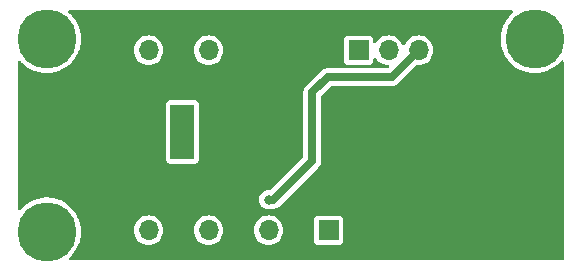
<source format=gbl>
%TF.GenerationSoftware,KiCad,Pcbnew,(6.0.8)*%
%TF.CreationDate,2022-11-18T22:38:32+01:00*%
%TF.ProjectId,Single-DCDC-Converter,53696e67-6c65-42d4-9443-44432d436f6e,rev?*%
%TF.SameCoordinates,Original*%
%TF.FileFunction,Copper,L2,Bot*%
%TF.FilePolarity,Positive*%
%FSLAX46Y46*%
G04 Gerber Fmt 4.6, Leading zero omitted, Abs format (unit mm)*
G04 Created by KiCad (PCBNEW (6.0.8)) date 2022-11-18 22:38:32*
%MOMM*%
%LPD*%
G01*
G04 APERTURE LIST*
%TA.AperFunction,ComponentPad*%
%ADD10R,1.700000X1.700000*%
%TD*%
%TA.AperFunction,ComponentPad*%
%ADD11O,1.700000X1.700000*%
%TD*%
%TA.AperFunction,ComponentPad*%
%ADD12C,5.000000*%
%TD*%
%TA.AperFunction,ComponentPad*%
%ADD13R,2.000000X4.600000*%
%TD*%
%TA.AperFunction,ComponentPad*%
%ADD14O,2.000000X4.200000*%
%TD*%
%TA.AperFunction,ComponentPad*%
%ADD15O,4.200000X2.000000*%
%TD*%
%TA.AperFunction,ViaPad*%
%ADD16C,0.800000*%
%TD*%
%TA.AperFunction,Conductor*%
%ADD17C,0.700000*%
%TD*%
G04 APERTURE END LIST*
D10*
X99060000Y-78740000D03*
D11*
X96520000Y-78740000D03*
X93980000Y-78740000D03*
D12*
X75200000Y-62520000D03*
X116530000Y-62520000D03*
D10*
X101600000Y-63500000D03*
D11*
X104140000Y-63500000D03*
X106680000Y-63500000D03*
D10*
X81280000Y-63500000D03*
D11*
X83820000Y-63500000D03*
X86360000Y-63500000D03*
X88900000Y-63500000D03*
D12*
X75200000Y-78860000D03*
D13*
X86690200Y-70393800D03*
D14*
X80390200Y-70393800D03*
D15*
X83790200Y-75193800D03*
D10*
X81280000Y-78740000D03*
D11*
X83820000Y-78740000D03*
X86360000Y-78740000D03*
X88900000Y-78740000D03*
D16*
X93980000Y-76149200D03*
D17*
X94386400Y-76149200D02*
X97688400Y-72847200D01*
X93980000Y-76149200D02*
X94386400Y-76149200D01*
X97688400Y-72847200D02*
X97688400Y-67056000D01*
X98983800Y-65760600D02*
X104419400Y-65760600D01*
X97688400Y-67056000D02*
X98983800Y-65760600D01*
X104419400Y-65760600D02*
X106680000Y-63500000D01*
%TA.AperFunction,Conductor*%
G36*
X114634929Y-60108702D02*
G01*
X114681422Y-60162358D01*
X114691526Y-60232632D01*
X114662032Y-60297212D01*
X114645597Y-60313027D01*
X114585897Y-60360855D01*
X114350615Y-60598614D01*
X114348374Y-60601472D01*
X114314536Y-60644628D01*
X114144220Y-60861840D01*
X113969447Y-61147043D01*
X113967922Y-61150328D01*
X113967920Y-61150332D01*
X113861108Y-61380441D01*
X113828613Y-61450445D01*
X113723584Y-61768023D01*
X113722848Y-61771578D01*
X113722847Y-61771581D01*
X113656490Y-62092004D01*
X113655752Y-62095568D01*
X113655429Y-62099190D01*
X113655428Y-62099195D01*
X113627150Y-62416053D01*
X113626018Y-62428739D01*
X113626113Y-62432369D01*
X113626113Y-62432371D01*
X113630987Y-62618482D01*
X113634774Y-62763119D01*
X113635284Y-62766705D01*
X113635285Y-62766713D01*
X113649680Y-62867857D01*
X113681904Y-63094277D01*
X113682823Y-63097780D01*
X113682824Y-63097785D01*
X113731158Y-63282023D01*
X113766785Y-63417823D01*
X113888291Y-63729469D01*
X113889995Y-63732687D01*
X114018682Y-63975734D01*
X114044811Y-64025084D01*
X114046863Y-64028069D01*
X114046868Y-64028078D01*
X114232214Y-64297758D01*
X114232220Y-64297765D01*
X114234271Y-64300750D01*
X114454160Y-64552813D01*
X114701562Y-64777932D01*
X114973200Y-64973124D01*
X115265473Y-65135801D01*
X115574506Y-65263806D01*
X115578000Y-65264801D01*
X115578002Y-65264802D01*
X115892702Y-65354447D01*
X115892707Y-65354448D01*
X115896203Y-65355444D01*
X115899784Y-65356030D01*
X115899791Y-65356032D01*
X116222721Y-65408914D01*
X116222725Y-65408914D01*
X116226301Y-65409500D01*
X116229927Y-65409671D01*
X116556798Y-65425086D01*
X116556799Y-65425086D01*
X116560425Y-65425257D01*
X116568174Y-65424729D01*
X116890514Y-65402754D01*
X116890522Y-65402753D01*
X116894145Y-65402506D01*
X116897721Y-65401843D01*
X116897723Y-65401843D01*
X117219474Y-65342210D01*
X117219478Y-65342209D01*
X117223039Y-65341549D01*
X117542747Y-65243194D01*
X117849031Y-65108745D01*
X118137833Y-64939983D01*
X118185824Y-64903950D01*
X118402416Y-64741328D01*
X118402420Y-64741325D01*
X118405323Y-64739145D01*
X118647957Y-64508894D01*
X118743036Y-64395180D01*
X118802078Y-64355751D01*
X118873064Y-64354501D01*
X118933457Y-64391827D01*
X118964082Y-64455878D01*
X118965700Y-64476003D01*
X118965700Y-81161700D01*
X118945698Y-81229821D01*
X118892042Y-81276314D01*
X118839700Y-81287700D01*
X77171374Y-81287700D01*
X77103253Y-81267698D01*
X77056760Y-81214042D01*
X77046656Y-81143768D01*
X77076150Y-81079188D01*
X77084641Y-81070303D01*
X77219924Y-80941923D01*
X77317957Y-80848894D01*
X77532519Y-80592281D01*
X77632166Y-80440583D01*
X77714177Y-80315734D01*
X77714182Y-80315725D01*
X77716164Y-80312708D01*
X77791312Y-80163294D01*
X77864832Y-80017116D01*
X77864835Y-80017108D01*
X77866459Y-80013880D01*
X77875015Y-79990499D01*
X77980163Y-79703170D01*
X77980166Y-79703160D01*
X77981411Y-79699758D01*
X77982256Y-79696236D01*
X77982259Y-79696228D01*
X78058651Y-79378034D01*
X78058652Y-79378030D01*
X78059498Y-79374505D01*
X78084327Y-79169330D01*
X78099347Y-79045212D01*
X78099348Y-79045205D01*
X78099683Y-79042433D01*
X78105416Y-78860000D01*
X78105255Y-78857204D01*
X78098497Y-78740000D01*
X82564723Y-78740000D01*
X82583793Y-78957977D01*
X82640425Y-79169330D01*
X82732898Y-79367638D01*
X82858402Y-79546877D01*
X83013123Y-79701598D01*
X83017631Y-79704755D01*
X83017634Y-79704757D01*
X83045319Y-79724142D01*
X83192361Y-79827102D01*
X83197343Y-79829425D01*
X83197348Y-79829428D01*
X83372364Y-79911039D01*
X83390670Y-79919575D01*
X83395978Y-79920997D01*
X83395980Y-79920998D01*
X83461745Y-79938620D01*
X83602023Y-79976207D01*
X83820000Y-79995277D01*
X84037977Y-79976207D01*
X84178255Y-79938620D01*
X84244020Y-79920998D01*
X84244022Y-79920997D01*
X84249330Y-79919575D01*
X84267636Y-79911039D01*
X84442652Y-79829428D01*
X84442657Y-79829425D01*
X84447639Y-79827102D01*
X84594681Y-79724142D01*
X84622366Y-79704757D01*
X84622369Y-79704755D01*
X84626877Y-79701598D01*
X84781598Y-79546877D01*
X84907102Y-79367638D01*
X84999575Y-79169330D01*
X85056207Y-78957977D01*
X85075277Y-78740000D01*
X87644723Y-78740000D01*
X87663793Y-78957977D01*
X87720425Y-79169330D01*
X87812898Y-79367638D01*
X87938402Y-79546877D01*
X88093123Y-79701598D01*
X88097631Y-79704755D01*
X88097634Y-79704757D01*
X88125319Y-79724142D01*
X88272361Y-79827102D01*
X88277343Y-79829425D01*
X88277348Y-79829428D01*
X88452364Y-79911039D01*
X88470670Y-79919575D01*
X88475978Y-79920997D01*
X88475980Y-79920998D01*
X88541745Y-79938620D01*
X88682023Y-79976207D01*
X88900000Y-79995277D01*
X89117977Y-79976207D01*
X89258255Y-79938620D01*
X89324020Y-79920998D01*
X89324022Y-79920997D01*
X89329330Y-79919575D01*
X89347636Y-79911039D01*
X89522652Y-79829428D01*
X89522657Y-79829425D01*
X89527639Y-79827102D01*
X89674681Y-79724142D01*
X89702366Y-79704757D01*
X89702369Y-79704755D01*
X89706877Y-79701598D01*
X89861598Y-79546877D01*
X89987102Y-79367638D01*
X90079575Y-79169330D01*
X90136207Y-78957977D01*
X90155277Y-78740000D01*
X92724723Y-78740000D01*
X92743793Y-78957977D01*
X92800425Y-79169330D01*
X92892898Y-79367638D01*
X93018402Y-79546877D01*
X93173123Y-79701598D01*
X93177631Y-79704755D01*
X93177634Y-79704757D01*
X93205319Y-79724142D01*
X93352361Y-79827102D01*
X93357343Y-79829425D01*
X93357348Y-79829428D01*
X93532364Y-79911039D01*
X93550670Y-79919575D01*
X93555978Y-79920997D01*
X93555980Y-79920998D01*
X93621745Y-79938620D01*
X93762023Y-79976207D01*
X93980000Y-79995277D01*
X94197977Y-79976207D01*
X94338255Y-79938620D01*
X94404020Y-79920998D01*
X94404022Y-79920997D01*
X94409330Y-79919575D01*
X94427636Y-79911039D01*
X94602652Y-79829428D01*
X94602657Y-79829425D01*
X94607639Y-79827102D01*
X94754681Y-79724142D01*
X94782366Y-79704757D01*
X94782369Y-79704755D01*
X94786877Y-79701598D01*
X94941598Y-79546877D01*
X95067102Y-79367638D01*
X95159575Y-79169330D01*
X95216207Y-78957977D01*
X95235277Y-78740000D01*
X95216207Y-78522023D01*
X95159575Y-78310670D01*
X95067102Y-78112362D01*
X94941598Y-77933123D01*
X94866956Y-77858481D01*
X97809500Y-77858481D01*
X97809501Y-79621518D01*
X97810276Y-79626409D01*
X97810276Y-79626412D01*
X97822684Y-79704757D01*
X97824354Y-79715304D01*
X97881950Y-79828342D01*
X97971658Y-79918050D01*
X98084696Y-79975646D01*
X98094485Y-79977196D01*
X98094487Y-79977197D01*
X98121849Y-79981530D01*
X98178481Y-79990500D01*
X99059822Y-79990500D01*
X99941518Y-79990499D01*
X99946412Y-79989724D01*
X100025506Y-79977198D01*
X100025508Y-79977197D01*
X100035304Y-79975646D01*
X100148342Y-79918050D01*
X100238050Y-79828342D01*
X100295646Y-79715304D01*
X100297317Y-79704757D01*
X100309725Y-79626412D01*
X100310500Y-79621519D01*
X100310499Y-77858482D01*
X100298434Y-77782299D01*
X100297198Y-77774494D01*
X100297197Y-77774492D01*
X100295646Y-77764696D01*
X100238050Y-77651658D01*
X100148342Y-77561950D01*
X100035304Y-77504354D01*
X100025515Y-77502804D01*
X100025513Y-77502803D01*
X99998151Y-77498470D01*
X99941519Y-77489500D01*
X99060178Y-77489500D01*
X98178482Y-77489501D01*
X98173589Y-77490276D01*
X98173588Y-77490276D01*
X98094494Y-77502802D01*
X98094492Y-77502803D01*
X98084696Y-77504354D01*
X97971658Y-77561950D01*
X97881950Y-77651658D01*
X97824354Y-77764696D01*
X97822804Y-77774485D01*
X97822803Y-77774487D01*
X97822183Y-77778402D01*
X97809500Y-77858481D01*
X94866956Y-77858481D01*
X94786877Y-77778402D01*
X94782369Y-77775245D01*
X94782366Y-77775243D01*
X94612148Y-77656055D01*
X94612145Y-77656053D01*
X94607639Y-77652898D01*
X94602657Y-77650575D01*
X94602652Y-77650572D01*
X94414312Y-77562748D01*
X94414311Y-77562747D01*
X94409330Y-77560425D01*
X94404022Y-77559003D01*
X94404020Y-77559002D01*
X94338255Y-77541380D01*
X94197977Y-77503793D01*
X93980000Y-77484723D01*
X93762023Y-77503793D01*
X93621745Y-77541380D01*
X93555980Y-77559002D01*
X93555978Y-77559003D01*
X93550670Y-77560425D01*
X93545690Y-77562747D01*
X93545688Y-77562748D01*
X93357343Y-77650575D01*
X93357340Y-77650577D01*
X93352362Y-77652898D01*
X93173123Y-77778402D01*
X93018402Y-77933123D01*
X92892898Y-78112362D01*
X92800425Y-78310670D01*
X92743793Y-78522023D01*
X92724723Y-78740000D01*
X90155277Y-78740000D01*
X90136207Y-78522023D01*
X90079575Y-78310670D01*
X89987102Y-78112362D01*
X89861598Y-77933123D01*
X89706877Y-77778402D01*
X89702369Y-77775245D01*
X89702366Y-77775243D01*
X89532148Y-77656055D01*
X89532145Y-77656053D01*
X89527639Y-77652898D01*
X89522657Y-77650575D01*
X89522652Y-77650572D01*
X89334312Y-77562748D01*
X89334311Y-77562747D01*
X89329330Y-77560425D01*
X89324022Y-77559003D01*
X89324020Y-77559002D01*
X89258255Y-77541380D01*
X89117977Y-77503793D01*
X88900000Y-77484723D01*
X88682023Y-77503793D01*
X88541745Y-77541380D01*
X88475980Y-77559002D01*
X88475978Y-77559003D01*
X88470670Y-77560425D01*
X88465690Y-77562747D01*
X88465688Y-77562748D01*
X88277343Y-77650575D01*
X88277340Y-77650577D01*
X88272362Y-77652898D01*
X88093123Y-77778402D01*
X87938402Y-77933123D01*
X87812898Y-78112362D01*
X87720425Y-78310670D01*
X87663793Y-78522023D01*
X87644723Y-78740000D01*
X85075277Y-78740000D01*
X85056207Y-78522023D01*
X84999575Y-78310670D01*
X84907102Y-78112362D01*
X84781598Y-77933123D01*
X84626877Y-77778402D01*
X84622369Y-77775245D01*
X84622366Y-77775243D01*
X84452148Y-77656055D01*
X84452145Y-77656053D01*
X84447639Y-77652898D01*
X84442657Y-77650575D01*
X84442652Y-77650572D01*
X84254312Y-77562748D01*
X84254311Y-77562747D01*
X84249330Y-77560425D01*
X84244022Y-77559003D01*
X84244020Y-77559002D01*
X84178255Y-77541380D01*
X84037977Y-77503793D01*
X83820000Y-77484723D01*
X83602023Y-77503793D01*
X83461745Y-77541380D01*
X83395980Y-77559002D01*
X83395978Y-77559003D01*
X83390670Y-77560425D01*
X83385690Y-77562747D01*
X83385688Y-77562748D01*
X83197343Y-77650575D01*
X83197340Y-77650577D01*
X83192362Y-77652898D01*
X83013123Y-77778402D01*
X82858402Y-77933123D01*
X82732898Y-78112362D01*
X82640425Y-78310670D01*
X82583793Y-78522023D01*
X82564723Y-78740000D01*
X78098497Y-78740000D01*
X78086370Y-78529680D01*
X78086369Y-78529675D01*
X78086161Y-78526060D01*
X78084529Y-78516710D01*
X78029276Y-78200119D01*
X78029274Y-78200112D01*
X78028652Y-78196546D01*
X77933650Y-77875825D01*
X77924167Y-77853591D01*
X77803838Y-77571487D01*
X77802415Y-77568150D01*
X77797198Y-77559002D01*
X77638478Y-77280737D01*
X77636687Y-77277597D01*
X77438662Y-77008018D01*
X77358330Y-76921570D01*
X77279024Y-76836227D01*
X77210964Y-76762986D01*
X76956612Y-76545749D01*
X76678977Y-76359186D01*
X76675768Y-76357530D01*
X76675760Y-76357525D01*
X76384959Y-76207432D01*
X76381739Y-76205770D01*
X76202266Y-76137953D01*
X93174514Y-76137953D01*
X93175201Y-76144960D01*
X93175201Y-76144963D01*
X93183276Y-76227319D01*
X93192039Y-76316686D01*
X93248726Y-76487096D01*
X93341759Y-76640712D01*
X93346648Y-76645775D01*
X93346649Y-76645776D01*
X93372005Y-76672033D01*
X93466514Y-76769899D01*
X93616789Y-76868236D01*
X93785116Y-76930836D01*
X93792097Y-76931767D01*
X93792099Y-76931768D01*
X93956149Y-76953657D01*
X93956153Y-76953657D01*
X93963130Y-76954588D01*
X93970142Y-76953950D01*
X93970146Y-76953950D01*
X94134960Y-76938951D01*
X94134961Y-76938951D01*
X94141981Y-76938312D01*
X94241836Y-76905867D01*
X94280772Y-76899700D01*
X94319946Y-76899700D01*
X94338896Y-76901133D01*
X94352796Y-76903248D01*
X94352800Y-76903248D01*
X94360030Y-76904348D01*
X94367322Y-76903755D01*
X94367325Y-76903755D01*
X94412075Y-76900115D01*
X94422289Y-76899700D01*
X94430222Y-76899700D01*
X94439518Y-76898616D01*
X94458136Y-76896446D01*
X94462511Y-76896013D01*
X94492674Y-76893560D01*
X94534459Y-76890161D01*
X94541421Y-76887906D01*
X94547216Y-76886748D01*
X94552958Y-76885391D01*
X94560228Y-76884543D01*
X94628136Y-76859894D01*
X94632264Y-76858477D01*
X94693983Y-76838483D01*
X94693985Y-76838482D01*
X94700946Y-76836227D01*
X94707200Y-76832432D01*
X94712579Y-76829969D01*
X94717855Y-76827327D01*
X94724731Y-76824831D01*
X94785109Y-76785246D01*
X94788819Y-76782905D01*
X94845761Y-76748352D01*
X94845768Y-76748347D01*
X94850560Y-76745439D01*
X94858852Y-76738115D01*
X94858874Y-76738140D01*
X94861969Y-76735394D01*
X94864963Y-76732891D01*
X94871085Y-76728877D01*
X94923784Y-76673247D01*
X94926161Y-76670806D01*
X98172089Y-73424878D01*
X98186502Y-73412491D01*
X98197825Y-73404159D01*
X98197829Y-73404155D01*
X98203724Y-73399817D01*
X98237551Y-73360000D01*
X98244471Y-73352496D01*
X98250070Y-73346897D01*
X98267514Y-73324849D01*
X98270283Y-73321473D01*
X98312292Y-73272025D01*
X98312294Y-73272022D01*
X98317032Y-73266445D01*
X98320360Y-73259926D01*
X98323635Y-73255016D01*
X98326736Y-73249996D01*
X98331281Y-73244251D01*
X98361847Y-73178851D01*
X98363775Y-73174905D01*
X98393290Y-73117103D01*
X98396619Y-73110584D01*
X98398358Y-73103475D01*
X98400417Y-73097940D01*
X98402283Y-73092332D01*
X98405379Y-73085707D01*
X98420084Y-73015012D01*
X98421054Y-73010727D01*
X98436880Y-72946049D01*
X98438215Y-72940594D01*
X98438900Y-72929552D01*
X98438931Y-72929554D01*
X98439180Y-72925430D01*
X98439528Y-72921528D01*
X98441017Y-72914370D01*
X98438946Y-72837822D01*
X98438900Y-72834414D01*
X98438900Y-67419057D01*
X98458902Y-67350936D01*
X98475805Y-67329962D01*
X99257762Y-66548005D01*
X99320074Y-66513979D01*
X99346857Y-66511100D01*
X104352946Y-66511100D01*
X104371896Y-66512533D01*
X104385796Y-66514648D01*
X104385800Y-66514648D01*
X104393030Y-66515748D01*
X104400322Y-66515155D01*
X104400325Y-66515155D01*
X104445075Y-66511515D01*
X104455289Y-66511100D01*
X104463222Y-66511100D01*
X104472518Y-66510016D01*
X104491136Y-66507846D01*
X104495511Y-66507413D01*
X104525674Y-66504960D01*
X104567459Y-66501561D01*
X104574421Y-66499306D01*
X104580216Y-66498148D01*
X104585958Y-66496791D01*
X104593228Y-66495943D01*
X104661136Y-66471294D01*
X104665264Y-66469877D01*
X104726983Y-66449883D01*
X104726985Y-66449882D01*
X104733946Y-66447627D01*
X104740200Y-66443832D01*
X104745579Y-66441369D01*
X104750855Y-66438727D01*
X104757731Y-66436231D01*
X104818109Y-66396646D01*
X104821819Y-66394305D01*
X104878761Y-66359752D01*
X104878768Y-66359747D01*
X104883560Y-66356839D01*
X104891852Y-66349515D01*
X104891874Y-66349540D01*
X104894969Y-66346794D01*
X104897963Y-66344291D01*
X104904085Y-66340277D01*
X104956784Y-66284647D01*
X104959161Y-66282206D01*
X106460143Y-64781224D01*
X106522455Y-64747198D01*
X106560219Y-64744798D01*
X106674524Y-64754798D01*
X106674525Y-64754798D01*
X106680000Y-64755277D01*
X106897977Y-64736207D01*
X107038255Y-64698620D01*
X107104020Y-64680998D01*
X107104022Y-64680997D01*
X107109330Y-64679575D01*
X107127636Y-64671039D01*
X107302652Y-64589428D01*
X107302657Y-64589425D01*
X107307639Y-64587102D01*
X107360516Y-64550077D01*
X107482366Y-64464757D01*
X107482369Y-64464755D01*
X107486877Y-64461598D01*
X107641598Y-64306877D01*
X107767102Y-64127638D01*
X107773702Y-64113486D01*
X107857252Y-63934312D01*
X107857253Y-63934310D01*
X107859575Y-63929330D01*
X107916207Y-63717977D01*
X107935277Y-63500000D01*
X107916207Y-63282023D01*
X107878620Y-63141745D01*
X107860998Y-63075980D01*
X107860997Y-63075978D01*
X107859575Y-63070670D01*
X107767102Y-62872362D01*
X107641598Y-62693123D01*
X107486877Y-62538402D01*
X107482369Y-62535245D01*
X107482366Y-62535243D01*
X107312148Y-62416055D01*
X107312145Y-62416053D01*
X107307639Y-62412898D01*
X107302657Y-62410575D01*
X107302652Y-62410572D01*
X107114312Y-62322748D01*
X107114311Y-62322747D01*
X107109330Y-62320425D01*
X107104022Y-62319003D01*
X107104020Y-62319002D01*
X107038255Y-62301380D01*
X106897977Y-62263793D01*
X106680000Y-62244723D01*
X106462023Y-62263793D01*
X106321745Y-62301380D01*
X106255980Y-62319002D01*
X106255978Y-62319003D01*
X106250670Y-62320425D01*
X106245690Y-62322747D01*
X106245688Y-62322748D01*
X106057343Y-62410575D01*
X106057340Y-62410577D01*
X106052362Y-62412898D01*
X105873123Y-62538402D01*
X105718402Y-62693123D01*
X105592898Y-62872362D01*
X105590577Y-62877340D01*
X105590575Y-62877343D01*
X105524195Y-63019695D01*
X105477277Y-63072980D01*
X105409000Y-63092441D01*
X105341040Y-63071899D01*
X105295805Y-63019695D01*
X105229425Y-62877343D01*
X105229423Y-62877340D01*
X105227102Y-62872362D01*
X105101598Y-62693123D01*
X104946877Y-62538402D01*
X104942369Y-62535245D01*
X104942366Y-62535243D01*
X104772148Y-62416055D01*
X104772145Y-62416053D01*
X104767639Y-62412898D01*
X104762657Y-62410575D01*
X104762652Y-62410572D01*
X104574312Y-62322748D01*
X104574311Y-62322747D01*
X104569330Y-62320425D01*
X104564022Y-62319003D01*
X104564020Y-62319002D01*
X104498255Y-62301380D01*
X104357977Y-62263793D01*
X104140000Y-62244723D01*
X103922023Y-62263793D01*
X103781745Y-62301380D01*
X103715980Y-62319002D01*
X103715978Y-62319003D01*
X103710670Y-62320425D01*
X103705690Y-62322747D01*
X103705688Y-62322748D01*
X103517343Y-62410575D01*
X103517340Y-62410577D01*
X103512362Y-62412898D01*
X103333123Y-62538402D01*
X103178402Y-62693123D01*
X103108837Y-62792473D01*
X103079712Y-62834068D01*
X103024255Y-62878396D01*
X102953636Y-62885705D01*
X102890275Y-62853674D01*
X102854290Y-62792473D01*
X102850499Y-62761797D01*
X102850499Y-62618482D01*
X102838434Y-62542299D01*
X102837198Y-62534494D01*
X102837197Y-62534492D01*
X102835646Y-62524696D01*
X102778050Y-62411658D01*
X102688342Y-62321950D01*
X102575304Y-62264354D01*
X102565515Y-62262804D01*
X102565513Y-62262803D01*
X102538151Y-62258470D01*
X102481519Y-62249500D01*
X101600178Y-62249500D01*
X100718482Y-62249501D01*
X100713589Y-62250276D01*
X100713588Y-62250276D01*
X100634494Y-62262802D01*
X100634492Y-62262803D01*
X100624696Y-62264354D01*
X100511658Y-62321950D01*
X100421950Y-62411658D01*
X100364354Y-62524696D01*
X100362804Y-62534485D01*
X100362803Y-62534487D01*
X100362183Y-62538402D01*
X100349500Y-62618481D01*
X100349501Y-64381518D01*
X100350276Y-64386409D01*
X100350276Y-64386412D01*
X100362684Y-64464757D01*
X100364354Y-64475304D01*
X100421950Y-64588342D01*
X100511658Y-64678050D01*
X100624696Y-64735646D01*
X100634485Y-64737196D01*
X100634487Y-64737197D01*
X100660571Y-64741328D01*
X100718481Y-64750500D01*
X101599822Y-64750500D01*
X102481518Y-64750499D01*
X102486412Y-64749724D01*
X102565506Y-64737198D01*
X102565508Y-64737197D01*
X102575304Y-64735646D01*
X102591767Y-64727258D01*
X102606895Y-64719549D01*
X102688342Y-64678050D01*
X102778050Y-64588342D01*
X102835646Y-64475304D01*
X102837317Y-64464757D01*
X102849725Y-64386412D01*
X102850500Y-64381519D01*
X102850500Y-64238204D01*
X102870502Y-64170083D01*
X102924158Y-64123590D01*
X102994432Y-64113486D01*
X103059012Y-64142980D01*
X103079713Y-64165934D01*
X103178402Y-64306877D01*
X103333123Y-64461598D01*
X103337631Y-64464755D01*
X103337634Y-64464757D01*
X103459484Y-64550077D01*
X103512361Y-64587102D01*
X103517343Y-64589425D01*
X103517348Y-64589428D01*
X103692364Y-64671039D01*
X103710670Y-64679575D01*
X103715978Y-64680997D01*
X103715980Y-64680998D01*
X103781745Y-64698620D01*
X103922023Y-64736207D01*
X104070616Y-64749207D01*
X104076207Y-64749696D01*
X104142326Y-64775559D01*
X104183965Y-64833063D01*
X104187906Y-64903950D01*
X104154321Y-64964312D01*
X104145438Y-64973195D01*
X104083126Y-65007221D01*
X104056343Y-65010100D01*
X99050254Y-65010100D01*
X99031304Y-65008667D01*
X99017404Y-65006552D01*
X99017400Y-65006552D01*
X99010170Y-65005452D01*
X99002878Y-65006045D01*
X99002875Y-65006045D01*
X98958125Y-65009685D01*
X98947911Y-65010100D01*
X98939978Y-65010100D01*
X98930682Y-65011184D01*
X98912064Y-65013354D01*
X98907689Y-65013787D01*
X98877526Y-65016240D01*
X98835741Y-65019639D01*
X98828779Y-65021894D01*
X98822984Y-65023052D01*
X98817242Y-65024409D01*
X98809972Y-65025257D01*
X98742064Y-65049906D01*
X98737936Y-65051323D01*
X98676217Y-65071317D01*
X98676215Y-65071318D01*
X98669254Y-65073573D01*
X98663000Y-65077368D01*
X98657621Y-65079831D01*
X98652345Y-65082473D01*
X98645469Y-65084969D01*
X98585101Y-65124548D01*
X98581381Y-65126895D01*
X98524439Y-65161448D01*
X98524432Y-65161453D01*
X98519640Y-65164361D01*
X98511348Y-65171685D01*
X98511326Y-65171660D01*
X98508231Y-65174406D01*
X98505237Y-65176909D01*
X98499115Y-65180923D01*
X98494082Y-65186236D01*
X98446417Y-65236552D01*
X98444039Y-65238994D01*
X97204711Y-66478322D01*
X97190298Y-66490709D01*
X97178975Y-66499041D01*
X97178971Y-66499045D01*
X97173076Y-66503383D01*
X97139249Y-66543200D01*
X97132329Y-66550704D01*
X97126730Y-66556303D01*
X97109286Y-66578351D01*
X97106517Y-66581727D01*
X97064508Y-66631175D01*
X97064506Y-66631178D01*
X97059768Y-66636755D01*
X97056440Y-66643274D01*
X97053165Y-66648184D01*
X97050064Y-66653204D01*
X97045519Y-66658949D01*
X97042417Y-66665587D01*
X97042416Y-66665588D01*
X97014956Y-66724343D01*
X97013028Y-66728289D01*
X96980181Y-66792616D01*
X96978442Y-66799725D01*
X96976383Y-66805260D01*
X96974517Y-66810868D01*
X96971421Y-66817493D01*
X96969932Y-66824653D01*
X96969931Y-66824655D01*
X96956715Y-66888193D01*
X96955744Y-66892482D01*
X96938585Y-66962606D01*
X96937900Y-66973648D01*
X96937868Y-66973646D01*
X96937621Y-66977776D01*
X96937275Y-66981656D01*
X96935782Y-66988831D01*
X96935980Y-66996152D01*
X96935980Y-66996153D01*
X96937854Y-67065400D01*
X96937900Y-67068808D01*
X96937900Y-72484143D01*
X96917898Y-72552264D01*
X96900995Y-72573238D01*
X94158398Y-75315835D01*
X94096086Y-75349861D01*
X94054384Y-75351854D01*
X93985624Y-75343655D01*
X93978621Y-75344391D01*
X93978620Y-75344391D01*
X93814025Y-75361690D01*
X93814021Y-75361691D01*
X93807017Y-75362427D01*
X93800346Y-75364698D01*
X93643677Y-75418032D01*
X93643674Y-75418033D01*
X93637007Y-75420303D01*
X93484045Y-75514406D01*
X93479014Y-75519332D01*
X93479011Y-75519335D01*
X93416883Y-75580176D01*
X93355732Y-75640059D01*
X93258446Y-75791017D01*
X93197022Y-75959778D01*
X93174514Y-76137953D01*
X76202266Y-76137953D01*
X76068838Y-76087535D01*
X75744421Y-76006047D01*
X75604973Y-75987688D01*
X75416391Y-75962861D01*
X75416383Y-75962860D01*
X75412787Y-75962387D01*
X75273863Y-75960205D01*
X75081976Y-75957190D01*
X75081972Y-75957190D01*
X75078334Y-75957133D01*
X75074720Y-75957494D01*
X75074713Y-75957494D01*
X74820428Y-75982875D01*
X74745493Y-75990354D01*
X74418676Y-76061612D01*
X74415249Y-76062785D01*
X74415243Y-76062787D01*
X74105646Y-76168786D01*
X74105641Y-76168788D01*
X74102215Y-76169961D01*
X74098947Y-76171520D01*
X74098939Y-76171523D01*
X73945104Y-76244899D01*
X73800305Y-76313965D01*
X73516947Y-76491715D01*
X73514111Y-76493987D01*
X73514104Y-76493992D01*
X73452020Y-76543731D01*
X73255897Y-76700855D01*
X73208895Y-76748352D01*
X73055613Y-76903248D01*
X73020615Y-76938614D01*
X72991853Y-76975296D01*
X72934080Y-77016559D01*
X72863169Y-77020038D01*
X72801633Y-76984628D01*
X72769011Y-76921570D01*
X72766700Y-76897548D01*
X72766700Y-68062281D01*
X85289700Y-68062281D01*
X85289701Y-72725318D01*
X85304554Y-72819104D01*
X85362150Y-72932142D01*
X85451858Y-73021850D01*
X85564896Y-73079446D01*
X85574685Y-73080996D01*
X85574687Y-73080997D01*
X85602049Y-73085330D01*
X85658681Y-73094300D01*
X86689991Y-73094300D01*
X87721718Y-73094299D01*
X87726612Y-73093524D01*
X87805706Y-73080998D01*
X87805708Y-73080997D01*
X87815504Y-73079446D01*
X87928542Y-73021850D01*
X88018250Y-72932142D01*
X88075846Y-72819104D01*
X88090700Y-72725319D01*
X88090699Y-68062282D01*
X88075846Y-67968496D01*
X88018250Y-67855458D01*
X87928542Y-67765750D01*
X87815504Y-67708154D01*
X87805715Y-67706604D01*
X87805713Y-67706603D01*
X87778351Y-67702270D01*
X87721719Y-67693300D01*
X86690409Y-67693300D01*
X85658682Y-67693301D01*
X85653789Y-67694076D01*
X85653788Y-67694076D01*
X85574694Y-67706602D01*
X85574692Y-67706603D01*
X85564896Y-67708154D01*
X85451858Y-67765750D01*
X85362150Y-67855458D01*
X85304554Y-67968496D01*
X85289700Y-68062281D01*
X72766700Y-68062281D01*
X72766700Y-64479157D01*
X72786702Y-64411036D01*
X72840358Y-64364543D01*
X72910632Y-64354439D01*
X72975212Y-64383933D01*
X72987649Y-64396328D01*
X73059906Y-64479157D01*
X73124160Y-64552813D01*
X73371562Y-64777932D01*
X73643200Y-64973124D01*
X73935473Y-65135801D01*
X74244506Y-65263806D01*
X74248000Y-65264801D01*
X74248002Y-65264802D01*
X74562702Y-65354447D01*
X74562707Y-65354448D01*
X74566203Y-65355444D01*
X74569784Y-65356030D01*
X74569791Y-65356032D01*
X74892721Y-65408914D01*
X74892725Y-65408914D01*
X74896301Y-65409500D01*
X74899927Y-65409671D01*
X75226798Y-65425086D01*
X75226799Y-65425086D01*
X75230425Y-65425257D01*
X75238174Y-65424729D01*
X75560514Y-65402754D01*
X75560522Y-65402753D01*
X75564145Y-65402506D01*
X75567721Y-65401843D01*
X75567723Y-65401843D01*
X75889474Y-65342210D01*
X75889478Y-65342209D01*
X75893039Y-65341549D01*
X76212747Y-65243194D01*
X76519031Y-65108745D01*
X76807833Y-64939983D01*
X76855824Y-64903950D01*
X77072416Y-64741328D01*
X77072420Y-64741325D01*
X77075323Y-64739145D01*
X77317957Y-64508894D01*
X77532519Y-64252281D01*
X77586513Y-64170083D01*
X77714177Y-63975734D01*
X77714182Y-63975725D01*
X77716164Y-63972708D01*
X77840205Y-63726081D01*
X77864832Y-63677116D01*
X77864835Y-63677108D01*
X77866459Y-63673880D01*
X77867704Y-63670478D01*
X77930090Y-63500000D01*
X82564723Y-63500000D01*
X82583793Y-63717977D01*
X82640425Y-63929330D01*
X82642747Y-63934310D01*
X82642748Y-63934312D01*
X82726299Y-64113486D01*
X82732898Y-64127638D01*
X82858402Y-64306877D01*
X83013123Y-64461598D01*
X83017631Y-64464755D01*
X83017634Y-64464757D01*
X83139484Y-64550077D01*
X83192361Y-64587102D01*
X83197343Y-64589425D01*
X83197348Y-64589428D01*
X83372364Y-64671039D01*
X83390670Y-64679575D01*
X83395978Y-64680997D01*
X83395980Y-64680998D01*
X83461745Y-64698620D01*
X83602023Y-64736207D01*
X83820000Y-64755277D01*
X84037977Y-64736207D01*
X84178255Y-64698620D01*
X84244020Y-64680998D01*
X84244022Y-64680997D01*
X84249330Y-64679575D01*
X84267636Y-64671039D01*
X84442652Y-64589428D01*
X84442657Y-64589425D01*
X84447639Y-64587102D01*
X84500516Y-64550077D01*
X84622366Y-64464757D01*
X84622369Y-64464755D01*
X84626877Y-64461598D01*
X84781598Y-64306877D01*
X84907102Y-64127638D01*
X84913702Y-64113486D01*
X84997252Y-63934312D01*
X84997253Y-63934310D01*
X84999575Y-63929330D01*
X85056207Y-63717977D01*
X85075277Y-63500000D01*
X87644723Y-63500000D01*
X87663793Y-63717977D01*
X87720425Y-63929330D01*
X87722747Y-63934310D01*
X87722748Y-63934312D01*
X87806299Y-64113486D01*
X87812898Y-64127638D01*
X87938402Y-64306877D01*
X88093123Y-64461598D01*
X88097631Y-64464755D01*
X88097634Y-64464757D01*
X88219484Y-64550077D01*
X88272361Y-64587102D01*
X88277343Y-64589425D01*
X88277348Y-64589428D01*
X88452364Y-64671039D01*
X88470670Y-64679575D01*
X88475978Y-64680997D01*
X88475980Y-64680998D01*
X88541745Y-64698620D01*
X88682023Y-64736207D01*
X88900000Y-64755277D01*
X89117977Y-64736207D01*
X89258255Y-64698620D01*
X89324020Y-64680998D01*
X89324022Y-64680997D01*
X89329330Y-64679575D01*
X89347636Y-64671039D01*
X89522652Y-64589428D01*
X89522657Y-64589425D01*
X89527639Y-64587102D01*
X89580516Y-64550077D01*
X89702366Y-64464757D01*
X89702369Y-64464755D01*
X89706877Y-64461598D01*
X89861598Y-64306877D01*
X89987102Y-64127638D01*
X89993702Y-64113486D01*
X90077252Y-63934312D01*
X90077253Y-63934310D01*
X90079575Y-63929330D01*
X90136207Y-63717977D01*
X90155277Y-63500000D01*
X90136207Y-63282023D01*
X90098620Y-63141745D01*
X90080998Y-63075980D01*
X90080997Y-63075978D01*
X90079575Y-63070670D01*
X89987102Y-62872362D01*
X89861598Y-62693123D01*
X89706877Y-62538402D01*
X89702369Y-62535245D01*
X89702366Y-62535243D01*
X89532148Y-62416055D01*
X89532145Y-62416053D01*
X89527639Y-62412898D01*
X89522657Y-62410575D01*
X89522652Y-62410572D01*
X89334312Y-62322748D01*
X89334311Y-62322747D01*
X89329330Y-62320425D01*
X89324022Y-62319003D01*
X89324020Y-62319002D01*
X89258255Y-62301380D01*
X89117977Y-62263793D01*
X88900000Y-62244723D01*
X88682023Y-62263793D01*
X88541745Y-62301380D01*
X88475980Y-62319002D01*
X88475978Y-62319003D01*
X88470670Y-62320425D01*
X88465690Y-62322747D01*
X88465688Y-62322748D01*
X88277343Y-62410575D01*
X88277340Y-62410577D01*
X88272362Y-62412898D01*
X88093123Y-62538402D01*
X87938402Y-62693123D01*
X87812898Y-62872362D01*
X87720425Y-63070670D01*
X87719003Y-63075978D01*
X87719002Y-63075980D01*
X87701380Y-63141745D01*
X87663793Y-63282023D01*
X87644723Y-63500000D01*
X85075277Y-63500000D01*
X85056207Y-63282023D01*
X85018620Y-63141745D01*
X85000998Y-63075980D01*
X85000997Y-63075978D01*
X84999575Y-63070670D01*
X84907102Y-62872362D01*
X84781598Y-62693123D01*
X84626877Y-62538402D01*
X84622369Y-62535245D01*
X84622366Y-62535243D01*
X84452148Y-62416055D01*
X84452145Y-62416053D01*
X84447639Y-62412898D01*
X84442657Y-62410575D01*
X84442652Y-62410572D01*
X84254312Y-62322748D01*
X84254311Y-62322747D01*
X84249330Y-62320425D01*
X84244022Y-62319003D01*
X84244020Y-62319002D01*
X84178255Y-62301380D01*
X84037977Y-62263793D01*
X83820000Y-62244723D01*
X83602023Y-62263793D01*
X83461745Y-62301380D01*
X83395980Y-62319002D01*
X83395978Y-62319003D01*
X83390670Y-62320425D01*
X83385690Y-62322747D01*
X83385688Y-62322748D01*
X83197343Y-62410575D01*
X83197340Y-62410577D01*
X83192362Y-62412898D01*
X83013123Y-62538402D01*
X82858402Y-62693123D01*
X82732898Y-62872362D01*
X82640425Y-63070670D01*
X82639003Y-63075978D01*
X82639002Y-63075980D01*
X82621380Y-63141745D01*
X82583793Y-63282023D01*
X82564723Y-63500000D01*
X77930090Y-63500000D01*
X77980163Y-63363170D01*
X77980166Y-63363160D01*
X77981411Y-63359758D01*
X77982256Y-63356236D01*
X77982259Y-63356228D01*
X78058651Y-63038034D01*
X78058652Y-63038030D01*
X78059498Y-63034505D01*
X78078517Y-62877343D01*
X78099347Y-62705212D01*
X78099348Y-62705205D01*
X78099683Y-62702433D01*
X78102166Y-62623437D01*
X78104937Y-62535243D01*
X78105416Y-62520000D01*
X78105255Y-62517204D01*
X78086370Y-62189680D01*
X78086369Y-62189675D01*
X78086161Y-62186060D01*
X78028652Y-61856546D01*
X77933650Y-61535825D01*
X77802415Y-61228150D01*
X77636687Y-60937597D01*
X77583310Y-60864932D01*
X77440805Y-60670935D01*
X77440803Y-60670932D01*
X77438662Y-60668018D01*
X77358330Y-60581570D01*
X77213431Y-60425641D01*
X77210964Y-60422986D01*
X77079271Y-60310510D01*
X77040463Y-60251060D01*
X77039957Y-60180066D01*
X77077913Y-60120067D01*
X77142281Y-60090114D01*
X77161103Y-60088700D01*
X114566808Y-60088700D01*
X114634929Y-60108702D01*
G37*
%TD.AperFunction*%
M02*

</source>
